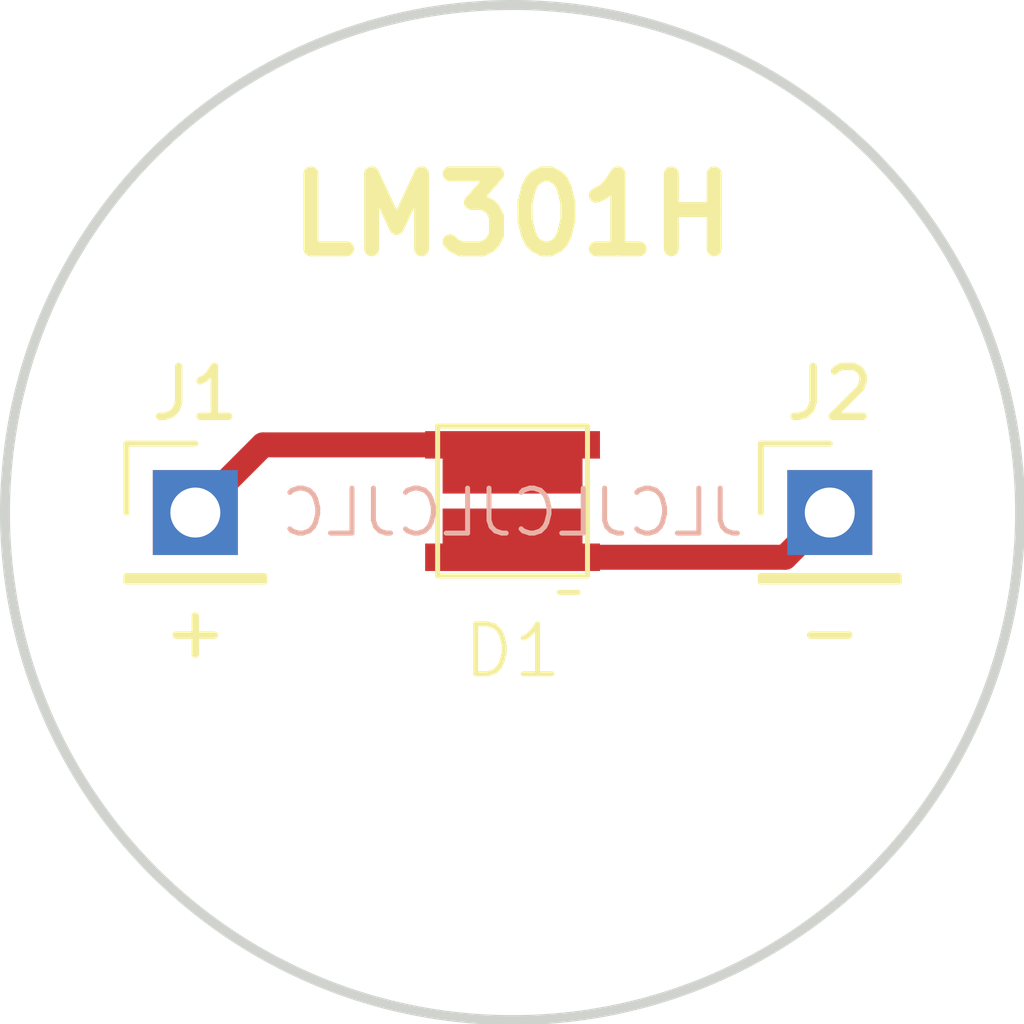
<source format=kicad_pcb>
(kicad_pcb (version 20241229) (generator "pcbnew") (generator_version "9.0")
  (layers (0 "F.Cu" signal) (2 "B.Cu" signal) (13 "F.Paste" user) (15 "B.Paste" user) (5 "F.SilkS" user "F.Silkscreen") (7 "B.SilkS" user "B.Silkscreen") (1 "F.Mask" user) (3 "B.Mask" user) (25 "Edge.Cuts" user))
  (net 0 "")
  (net 1 "Net-(D1-A)")
  (net 2 "Net-(D1-K)")
  (footprint "Connector_PinHeader_2.54mm:PinHeader_1x01_P2.54mm_Vertical" (layer "F.Cu") (at 144.78 106.68)
    (property "Reference" "J1" (at 0 -2.38 0) (layer "F.SilkS"))
    (property "Value" "+" (at 0 2.38 0) (layer "F.SilkS"))
    (fp_line (start -1.38 -1.38) (end 0 -1.38) (stroke (width 0.12)) (layer "F.SilkS"))
    (fp_line (start -1.38 0) (end -1.38 -1.38) (stroke (width 0.12)) (layer "F.SilkS"))
    (fp_line (start -1.38 1.27) (end -1.38 1.38) (stroke (width 0.12)) (layer "F.SilkS"))
    (fp_line (start -1.38 1.27) (end 1.38 1.27) (stroke (width 0.12)) (layer "F.SilkS"))
    (fp_line (start -1.38 1.38) (end 1.38 1.38) (stroke (width 0.12)) (layer "F.SilkS"))
    (fp_line (start 1.38 1.27) (end 1.38 1.38) (stroke (width 0.12)) (layer "F.SilkS"))
    (pad "1" thru_hole rect (at 0 0) (size 1.7 1.7) (drill 1) (layers "*.Cu" "*.Mask") (net 1 "Net-(D1-A)"))
  )
  (footprint "Connector_PinHeader_2.54mm:PinHeader_1x01_P2.54mm_Vertical" (layer "F.Cu") (at 157.48 106.68)
    (property "Reference" "J2" (at 0 -2.38 0) (layer "F.SilkS"))
    (property "Value" "-" (at 0 2.38 0) (layer "F.SilkS"))
    (fp_line (start -1.38 -1.38) (end 0 -1.38) (stroke (width 0.12)) (layer "F.SilkS"))
    (fp_line (start -1.38 0) (end -1.38 -1.38) (stroke (width 0.12)) (layer "F.SilkS"))
    (fp_line (start -1.38 1.27) (end -1.38 1.38) (stroke (width 0.12)) (layer "F.SilkS"))
    (fp_line (start -1.38 1.27) (end 1.38 1.27) (stroke (width 0.12)) (layer "F.SilkS"))
    (fp_line (start -1.38 1.38) (end 1.38 1.38) (stroke (width 0.12)) (layer "F.SilkS"))
    (fp_line (start 1.38 1.27) (end 1.38 1.38) (stroke (width 0.12)) (layer "F.SilkS"))
    (pad "1" thru_hole rect (at 0 0) (size 1.7 1.7) (drill 1) (layers "*.Cu" "*.Mask") (net 2 "Net-(D1-K)"))
  )
  (footprint "samsung-horticulture:LM301H" (layer "F.Cu") (at 151.13 107.95)
    (property "Reference" "D1" (at 0 1.5 0) (layer "F.SilkS") (effects (font (thickness 0.1))))
    (property "Value" "LM301H")
    (fp_rect (start -1.5 -3) (end 1.5 0) (stroke (width 0.1)) (fill no) (layer "F.SilkS"))
    (fp_text user "-" (at 1.5 0 0) (layer "F.SilkS") (effects (font (size 0.5 0.5) (thickness 0.1) (bold yes)) (justify right top)))
    (pad "1" smd custom (at 0 -0.375 180) (size 3.5 0.55) (layers "F.Cu" "F.Mask" "F.Paste") (net 2 "Net-(D1-K)") (options (clearance outline) (anchor rect)) (primitives (gr_poly (pts (xy -1.75 -0.275) (xy -1.75 0.275) (xy -1.4 0.275) (xy -1.4 0.975) (xy 1.4 0.975) (xy 1.4 0.275) (xy 1.75 0.275) (xy 1.75 -0.275)) (width 0) (fill yes))))
    (pad "2" smd custom (at 0 -2.625 180) (size 3.5 0.55) (layers "F.Cu" "F.Mask" "F.Paste") (net 1 "Net-(D1-A)") (options (clearance outline) (anchor rect)) (primitives (gr_poly (pts (xy -1.75 0.275) (xy -1.75 -0.275) (xy -1.4 -0.275) (xy -1.4 -0.975) (xy 1.4 -0.975) (xy 1.4 -0.275) (xy 1.75 -0.275) (xy 1.75 0.275)) (width 0) (fill yes))))
  )
  (gr_circle (center 151.13 106.68) (end 161.29 106.68) (stroke (width 0.2)) (fill no) (layer "Edge.Cuts"))
  (gr_text "LM301H" (at 151.13 101.6 0) (layer "F.SilkS") (effects (font (size 1.5 1.5) (thickness 0.3) (bold yes)) (justify bottom)))
  (gr_text "JLCJLCJLCJLC" (at 151.13 106.68 0) (layer "B.SilkS") (effects (font (size 0.9 0.9) (thickness 0.1)) (justify mirror)))
  (segment (start 146.135 105.325) (end 144.78 106.68) (width 0.5) (layer "F.Cu") (net 1))
  (segment (start 151.13 105.325) (end 146.135 105.325) (width 0.5) (layer "F.Cu") (net 1))
  (segment (start 151.13 107.575) (end 156.585 107.575) (width 0.5) (layer "F.Cu") (net 2))
  (segment (start 156.585 107.575) (end 157.48 106.68) (width 0.5) (layer "F.Cu") (net 2))
)
</source>
